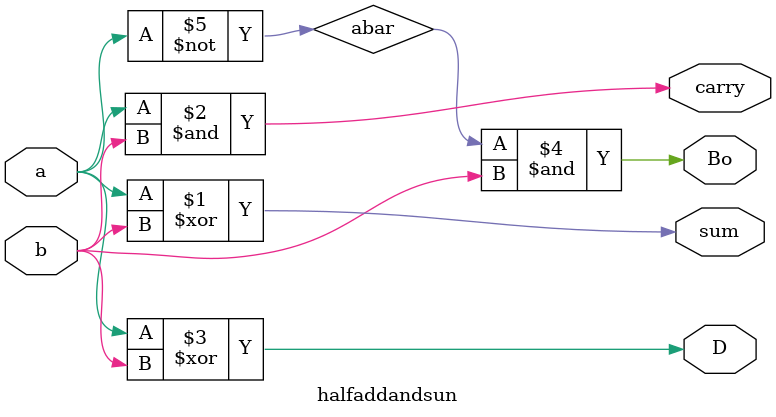
<source format=v>
module halfaddandsun(a,b,sum,carry,D,Bo);
input a,b;
output sum,carry,D,Bo; 
wire abar;
not(abar,a);
xor(sum,a,b);
and(carry,a,b);
xor(D,a,b);
and(Bo,abar,b);
endmodule

</source>
